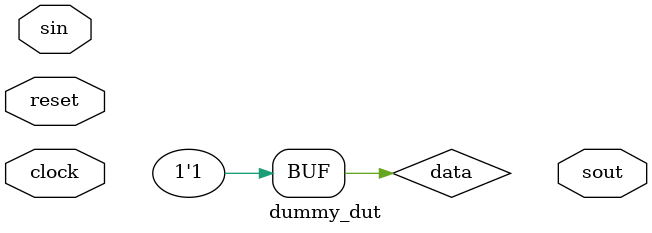
<source format=sv>
/******************************************************************************
* (C) Copyright 2013 <Company Name> All Rights Reserved
*
* MODULE:    dummy_dut
* DEVICE:
* PROJECT:
* AUTHOR:    wpotaczek
* DATE:      2021 12:20:17 AM
*
* ABSTRACT:  You can customize the file content from Window -> Preferences -> DVT -> Code Templates -> "verilog File"
*
*******************************************************************************/

module dummy_dut(
	input wire clock,
	input wire reset,
	input wire sin,
	output wire sout
);
	
	assign data = '1;
	
endmodule

</source>
